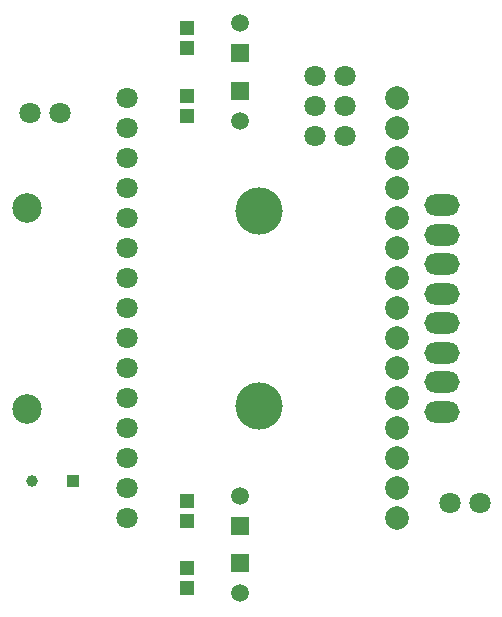
<source format=gbs>
G04 #@! TF.FileFunction,Soldermask,Bot*
%FSLAX46Y46*%
G04 Gerber Fmt 4.6, Leading zero omitted, Abs format (unit mm)*
G04 Created by KiCad (PCBNEW 4.0.1-stable) date 27/02/2016 21:34:42*
%MOMM*%
G01*
G04 APERTURE LIST*
%ADD10C,0.150000*%
%ADD11R,1.150000X1.150000*%
%ADD12C,2.000000*%
%ADD13C,1.800000*%
%ADD14R,1.500000X1.500000*%
%ADD15C,1.500000*%
%ADD16C,1.000000*%
%ADD17R,1.000000X1.000000*%
%ADD18O,3.000000X1.800000*%
%ADD19C,4.000000*%
%ADD20C,2.500000*%
G04 APERTURE END LIST*
D10*
D11*
X63500000Y-92925000D03*
X63500000Y-91225000D03*
X63500000Y-56935000D03*
X63500000Y-58635000D03*
X63500000Y-96940000D03*
X63500000Y-98640000D03*
X63500000Y-52920000D03*
X63500000Y-51220000D03*
D12*
X81280000Y-92710000D03*
X81280000Y-90170000D03*
X81280000Y-87630000D03*
X81280000Y-85090000D03*
X81280000Y-82550000D03*
X81280000Y-80010000D03*
X81280000Y-77470000D03*
X81280000Y-74930000D03*
X81280000Y-72390000D03*
X81280000Y-69850000D03*
X81280000Y-67310000D03*
X81280000Y-64770000D03*
X81280000Y-62230000D03*
X81280000Y-59690000D03*
X81280000Y-57150000D03*
D13*
X58420000Y-57150000D03*
X58420000Y-59690000D03*
X58420000Y-62230000D03*
X58420000Y-64770000D03*
X58420000Y-67310000D03*
X58420000Y-69850000D03*
X58420000Y-72390000D03*
X58420000Y-74930000D03*
X58420000Y-77470000D03*
X58420000Y-80010000D03*
X58420000Y-82550000D03*
X58420000Y-85090000D03*
X58420000Y-87630000D03*
X58420000Y-90170000D03*
X58420000Y-92710000D03*
D14*
X67945000Y-56515000D03*
D15*
X67945000Y-59055000D03*
D14*
X67945000Y-53340000D03*
D15*
X67945000Y-50800000D03*
D14*
X67945000Y-96520000D03*
D15*
X67945000Y-99060000D03*
D14*
X67945000Y-93345000D03*
D15*
X67945000Y-90805000D03*
D13*
X85725000Y-91440000D03*
X88265000Y-91440000D03*
X50165000Y-58420000D03*
X52705000Y-58420000D03*
D16*
X50320000Y-89535000D03*
D17*
X53820000Y-89535000D03*
D18*
X85090000Y-73680000D03*
X85090000Y-76180000D03*
X85090000Y-78680000D03*
X85090000Y-71180000D03*
X85090000Y-68680000D03*
X85090000Y-81180000D03*
X85090000Y-83680000D03*
X85090000Y-66180000D03*
D19*
X69590000Y-83180000D03*
X69590000Y-66680000D03*
D20*
X49890000Y-83430000D03*
X49890000Y-66430000D03*
D13*
X76835000Y-55245000D03*
X76835000Y-57785000D03*
X76835000Y-60325000D03*
X74295000Y-60325000D03*
X74295000Y-57785000D03*
X74295000Y-55245000D03*
M02*

</source>
